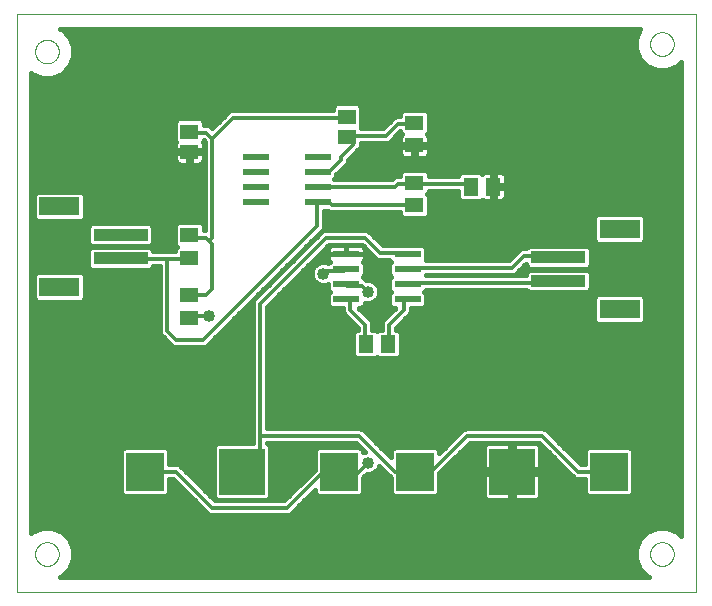
<source format=gtl>
G75*
%MOIN*%
%OFA0B0*%
%FSLAX25Y25*%
%IPPOS*%
%LPD*%
%AMOC8*
5,1,8,0,0,1.08239X$1,22.5*
%
%ADD10C,0.00000*%
%ADD11R,0.15354X0.15354*%
%ADD12R,0.12598X0.12598*%
%ADD13R,0.05906X0.05118*%
%ADD14R,0.18110X0.03937*%
%ADD15R,0.13386X0.06299*%
%ADD16R,0.08661X0.02362*%
%ADD17R,0.05118X0.05906*%
%ADD18C,0.01200*%
%ADD19C,0.04000*%
%ADD20C,0.01600*%
%ADD21C,0.03962*%
D10*
X0004300Y0004300D02*
X0004300Y0196761D01*
X0230501Y0196761D01*
X0230501Y0004300D01*
X0004300Y0004300D01*
X0010363Y0016800D02*
X0010365Y0016925D01*
X0010371Y0017050D01*
X0010381Y0017174D01*
X0010395Y0017298D01*
X0010412Y0017422D01*
X0010434Y0017545D01*
X0010460Y0017667D01*
X0010489Y0017789D01*
X0010522Y0017909D01*
X0010560Y0018028D01*
X0010600Y0018147D01*
X0010645Y0018263D01*
X0010693Y0018378D01*
X0010745Y0018492D01*
X0010801Y0018604D01*
X0010860Y0018714D01*
X0010922Y0018822D01*
X0010988Y0018929D01*
X0011057Y0019033D01*
X0011130Y0019134D01*
X0011205Y0019234D01*
X0011284Y0019331D01*
X0011366Y0019425D01*
X0011451Y0019517D01*
X0011538Y0019606D01*
X0011629Y0019692D01*
X0011722Y0019775D01*
X0011818Y0019856D01*
X0011916Y0019933D01*
X0012016Y0020007D01*
X0012119Y0020078D01*
X0012224Y0020145D01*
X0012332Y0020210D01*
X0012441Y0020270D01*
X0012552Y0020328D01*
X0012665Y0020381D01*
X0012779Y0020431D01*
X0012895Y0020478D01*
X0013012Y0020520D01*
X0013131Y0020559D01*
X0013251Y0020595D01*
X0013372Y0020626D01*
X0013494Y0020654D01*
X0013616Y0020677D01*
X0013740Y0020697D01*
X0013864Y0020713D01*
X0013988Y0020725D01*
X0014113Y0020733D01*
X0014238Y0020737D01*
X0014362Y0020737D01*
X0014487Y0020733D01*
X0014612Y0020725D01*
X0014736Y0020713D01*
X0014860Y0020697D01*
X0014984Y0020677D01*
X0015106Y0020654D01*
X0015228Y0020626D01*
X0015349Y0020595D01*
X0015469Y0020559D01*
X0015588Y0020520D01*
X0015705Y0020478D01*
X0015821Y0020431D01*
X0015935Y0020381D01*
X0016048Y0020328D01*
X0016159Y0020270D01*
X0016269Y0020210D01*
X0016376Y0020145D01*
X0016481Y0020078D01*
X0016584Y0020007D01*
X0016684Y0019933D01*
X0016782Y0019856D01*
X0016878Y0019775D01*
X0016971Y0019692D01*
X0017062Y0019606D01*
X0017149Y0019517D01*
X0017234Y0019425D01*
X0017316Y0019331D01*
X0017395Y0019234D01*
X0017470Y0019134D01*
X0017543Y0019033D01*
X0017612Y0018929D01*
X0017678Y0018822D01*
X0017740Y0018714D01*
X0017799Y0018604D01*
X0017855Y0018492D01*
X0017907Y0018378D01*
X0017955Y0018263D01*
X0018000Y0018147D01*
X0018040Y0018028D01*
X0018078Y0017909D01*
X0018111Y0017789D01*
X0018140Y0017667D01*
X0018166Y0017545D01*
X0018188Y0017422D01*
X0018205Y0017298D01*
X0018219Y0017174D01*
X0018229Y0017050D01*
X0018235Y0016925D01*
X0018237Y0016800D01*
X0018235Y0016675D01*
X0018229Y0016550D01*
X0018219Y0016426D01*
X0018205Y0016302D01*
X0018188Y0016178D01*
X0018166Y0016055D01*
X0018140Y0015933D01*
X0018111Y0015811D01*
X0018078Y0015691D01*
X0018040Y0015572D01*
X0018000Y0015453D01*
X0017955Y0015337D01*
X0017907Y0015222D01*
X0017855Y0015108D01*
X0017799Y0014996D01*
X0017740Y0014886D01*
X0017678Y0014778D01*
X0017612Y0014671D01*
X0017543Y0014567D01*
X0017470Y0014466D01*
X0017395Y0014366D01*
X0017316Y0014269D01*
X0017234Y0014175D01*
X0017149Y0014083D01*
X0017062Y0013994D01*
X0016971Y0013908D01*
X0016878Y0013825D01*
X0016782Y0013744D01*
X0016684Y0013667D01*
X0016584Y0013593D01*
X0016481Y0013522D01*
X0016376Y0013455D01*
X0016268Y0013390D01*
X0016159Y0013330D01*
X0016048Y0013272D01*
X0015935Y0013219D01*
X0015821Y0013169D01*
X0015705Y0013122D01*
X0015588Y0013080D01*
X0015469Y0013041D01*
X0015349Y0013005D01*
X0015228Y0012974D01*
X0015106Y0012946D01*
X0014984Y0012923D01*
X0014860Y0012903D01*
X0014736Y0012887D01*
X0014612Y0012875D01*
X0014487Y0012867D01*
X0014362Y0012863D01*
X0014238Y0012863D01*
X0014113Y0012867D01*
X0013988Y0012875D01*
X0013864Y0012887D01*
X0013740Y0012903D01*
X0013616Y0012923D01*
X0013494Y0012946D01*
X0013372Y0012974D01*
X0013251Y0013005D01*
X0013131Y0013041D01*
X0013012Y0013080D01*
X0012895Y0013122D01*
X0012779Y0013169D01*
X0012665Y0013219D01*
X0012552Y0013272D01*
X0012441Y0013330D01*
X0012331Y0013390D01*
X0012224Y0013455D01*
X0012119Y0013522D01*
X0012016Y0013593D01*
X0011916Y0013667D01*
X0011818Y0013744D01*
X0011722Y0013825D01*
X0011629Y0013908D01*
X0011538Y0013994D01*
X0011451Y0014083D01*
X0011366Y0014175D01*
X0011284Y0014269D01*
X0011205Y0014366D01*
X0011130Y0014466D01*
X0011057Y0014567D01*
X0010988Y0014671D01*
X0010922Y0014778D01*
X0010860Y0014886D01*
X0010801Y0014996D01*
X0010745Y0015108D01*
X0010693Y0015222D01*
X0010645Y0015337D01*
X0010600Y0015453D01*
X0010560Y0015572D01*
X0010522Y0015691D01*
X0010489Y0015811D01*
X0010460Y0015933D01*
X0010434Y0016055D01*
X0010412Y0016178D01*
X0010395Y0016302D01*
X0010381Y0016426D01*
X0010371Y0016550D01*
X0010365Y0016675D01*
X0010363Y0016800D01*
X0010363Y0184300D02*
X0010365Y0184425D01*
X0010371Y0184550D01*
X0010381Y0184674D01*
X0010395Y0184798D01*
X0010412Y0184922D01*
X0010434Y0185045D01*
X0010460Y0185167D01*
X0010489Y0185289D01*
X0010522Y0185409D01*
X0010560Y0185528D01*
X0010600Y0185647D01*
X0010645Y0185763D01*
X0010693Y0185878D01*
X0010745Y0185992D01*
X0010801Y0186104D01*
X0010860Y0186214D01*
X0010922Y0186322D01*
X0010988Y0186429D01*
X0011057Y0186533D01*
X0011130Y0186634D01*
X0011205Y0186734D01*
X0011284Y0186831D01*
X0011366Y0186925D01*
X0011451Y0187017D01*
X0011538Y0187106D01*
X0011629Y0187192D01*
X0011722Y0187275D01*
X0011818Y0187356D01*
X0011916Y0187433D01*
X0012016Y0187507D01*
X0012119Y0187578D01*
X0012224Y0187645D01*
X0012332Y0187710D01*
X0012441Y0187770D01*
X0012552Y0187828D01*
X0012665Y0187881D01*
X0012779Y0187931D01*
X0012895Y0187978D01*
X0013012Y0188020D01*
X0013131Y0188059D01*
X0013251Y0188095D01*
X0013372Y0188126D01*
X0013494Y0188154D01*
X0013616Y0188177D01*
X0013740Y0188197D01*
X0013864Y0188213D01*
X0013988Y0188225D01*
X0014113Y0188233D01*
X0014238Y0188237D01*
X0014362Y0188237D01*
X0014487Y0188233D01*
X0014612Y0188225D01*
X0014736Y0188213D01*
X0014860Y0188197D01*
X0014984Y0188177D01*
X0015106Y0188154D01*
X0015228Y0188126D01*
X0015349Y0188095D01*
X0015469Y0188059D01*
X0015588Y0188020D01*
X0015705Y0187978D01*
X0015821Y0187931D01*
X0015935Y0187881D01*
X0016048Y0187828D01*
X0016159Y0187770D01*
X0016269Y0187710D01*
X0016376Y0187645D01*
X0016481Y0187578D01*
X0016584Y0187507D01*
X0016684Y0187433D01*
X0016782Y0187356D01*
X0016878Y0187275D01*
X0016971Y0187192D01*
X0017062Y0187106D01*
X0017149Y0187017D01*
X0017234Y0186925D01*
X0017316Y0186831D01*
X0017395Y0186734D01*
X0017470Y0186634D01*
X0017543Y0186533D01*
X0017612Y0186429D01*
X0017678Y0186322D01*
X0017740Y0186214D01*
X0017799Y0186104D01*
X0017855Y0185992D01*
X0017907Y0185878D01*
X0017955Y0185763D01*
X0018000Y0185647D01*
X0018040Y0185528D01*
X0018078Y0185409D01*
X0018111Y0185289D01*
X0018140Y0185167D01*
X0018166Y0185045D01*
X0018188Y0184922D01*
X0018205Y0184798D01*
X0018219Y0184674D01*
X0018229Y0184550D01*
X0018235Y0184425D01*
X0018237Y0184300D01*
X0018235Y0184175D01*
X0018229Y0184050D01*
X0018219Y0183926D01*
X0018205Y0183802D01*
X0018188Y0183678D01*
X0018166Y0183555D01*
X0018140Y0183433D01*
X0018111Y0183311D01*
X0018078Y0183191D01*
X0018040Y0183072D01*
X0018000Y0182953D01*
X0017955Y0182837D01*
X0017907Y0182722D01*
X0017855Y0182608D01*
X0017799Y0182496D01*
X0017740Y0182386D01*
X0017678Y0182278D01*
X0017612Y0182171D01*
X0017543Y0182067D01*
X0017470Y0181966D01*
X0017395Y0181866D01*
X0017316Y0181769D01*
X0017234Y0181675D01*
X0017149Y0181583D01*
X0017062Y0181494D01*
X0016971Y0181408D01*
X0016878Y0181325D01*
X0016782Y0181244D01*
X0016684Y0181167D01*
X0016584Y0181093D01*
X0016481Y0181022D01*
X0016376Y0180955D01*
X0016268Y0180890D01*
X0016159Y0180830D01*
X0016048Y0180772D01*
X0015935Y0180719D01*
X0015821Y0180669D01*
X0015705Y0180622D01*
X0015588Y0180580D01*
X0015469Y0180541D01*
X0015349Y0180505D01*
X0015228Y0180474D01*
X0015106Y0180446D01*
X0014984Y0180423D01*
X0014860Y0180403D01*
X0014736Y0180387D01*
X0014612Y0180375D01*
X0014487Y0180367D01*
X0014362Y0180363D01*
X0014238Y0180363D01*
X0014113Y0180367D01*
X0013988Y0180375D01*
X0013864Y0180387D01*
X0013740Y0180403D01*
X0013616Y0180423D01*
X0013494Y0180446D01*
X0013372Y0180474D01*
X0013251Y0180505D01*
X0013131Y0180541D01*
X0013012Y0180580D01*
X0012895Y0180622D01*
X0012779Y0180669D01*
X0012665Y0180719D01*
X0012552Y0180772D01*
X0012441Y0180830D01*
X0012331Y0180890D01*
X0012224Y0180955D01*
X0012119Y0181022D01*
X0012016Y0181093D01*
X0011916Y0181167D01*
X0011818Y0181244D01*
X0011722Y0181325D01*
X0011629Y0181408D01*
X0011538Y0181494D01*
X0011451Y0181583D01*
X0011366Y0181675D01*
X0011284Y0181769D01*
X0011205Y0181866D01*
X0011130Y0181966D01*
X0011057Y0182067D01*
X0010988Y0182171D01*
X0010922Y0182278D01*
X0010860Y0182386D01*
X0010801Y0182496D01*
X0010745Y0182608D01*
X0010693Y0182722D01*
X0010645Y0182837D01*
X0010600Y0182953D01*
X0010560Y0183072D01*
X0010522Y0183191D01*
X0010489Y0183311D01*
X0010460Y0183433D01*
X0010434Y0183555D01*
X0010412Y0183678D01*
X0010395Y0183802D01*
X0010381Y0183926D01*
X0010371Y0184050D01*
X0010365Y0184175D01*
X0010363Y0184300D01*
X0215363Y0186800D02*
X0215365Y0186925D01*
X0215371Y0187050D01*
X0215381Y0187174D01*
X0215395Y0187298D01*
X0215412Y0187422D01*
X0215434Y0187545D01*
X0215460Y0187667D01*
X0215489Y0187789D01*
X0215522Y0187909D01*
X0215560Y0188028D01*
X0215600Y0188147D01*
X0215645Y0188263D01*
X0215693Y0188378D01*
X0215745Y0188492D01*
X0215801Y0188604D01*
X0215860Y0188714D01*
X0215922Y0188822D01*
X0215988Y0188929D01*
X0216057Y0189033D01*
X0216130Y0189134D01*
X0216205Y0189234D01*
X0216284Y0189331D01*
X0216366Y0189425D01*
X0216451Y0189517D01*
X0216538Y0189606D01*
X0216629Y0189692D01*
X0216722Y0189775D01*
X0216818Y0189856D01*
X0216916Y0189933D01*
X0217016Y0190007D01*
X0217119Y0190078D01*
X0217224Y0190145D01*
X0217332Y0190210D01*
X0217441Y0190270D01*
X0217552Y0190328D01*
X0217665Y0190381D01*
X0217779Y0190431D01*
X0217895Y0190478D01*
X0218012Y0190520D01*
X0218131Y0190559D01*
X0218251Y0190595D01*
X0218372Y0190626D01*
X0218494Y0190654D01*
X0218616Y0190677D01*
X0218740Y0190697D01*
X0218864Y0190713D01*
X0218988Y0190725D01*
X0219113Y0190733D01*
X0219238Y0190737D01*
X0219362Y0190737D01*
X0219487Y0190733D01*
X0219612Y0190725D01*
X0219736Y0190713D01*
X0219860Y0190697D01*
X0219984Y0190677D01*
X0220106Y0190654D01*
X0220228Y0190626D01*
X0220349Y0190595D01*
X0220469Y0190559D01*
X0220588Y0190520D01*
X0220705Y0190478D01*
X0220821Y0190431D01*
X0220935Y0190381D01*
X0221048Y0190328D01*
X0221159Y0190270D01*
X0221269Y0190210D01*
X0221376Y0190145D01*
X0221481Y0190078D01*
X0221584Y0190007D01*
X0221684Y0189933D01*
X0221782Y0189856D01*
X0221878Y0189775D01*
X0221971Y0189692D01*
X0222062Y0189606D01*
X0222149Y0189517D01*
X0222234Y0189425D01*
X0222316Y0189331D01*
X0222395Y0189234D01*
X0222470Y0189134D01*
X0222543Y0189033D01*
X0222612Y0188929D01*
X0222678Y0188822D01*
X0222740Y0188714D01*
X0222799Y0188604D01*
X0222855Y0188492D01*
X0222907Y0188378D01*
X0222955Y0188263D01*
X0223000Y0188147D01*
X0223040Y0188028D01*
X0223078Y0187909D01*
X0223111Y0187789D01*
X0223140Y0187667D01*
X0223166Y0187545D01*
X0223188Y0187422D01*
X0223205Y0187298D01*
X0223219Y0187174D01*
X0223229Y0187050D01*
X0223235Y0186925D01*
X0223237Y0186800D01*
X0223235Y0186675D01*
X0223229Y0186550D01*
X0223219Y0186426D01*
X0223205Y0186302D01*
X0223188Y0186178D01*
X0223166Y0186055D01*
X0223140Y0185933D01*
X0223111Y0185811D01*
X0223078Y0185691D01*
X0223040Y0185572D01*
X0223000Y0185453D01*
X0222955Y0185337D01*
X0222907Y0185222D01*
X0222855Y0185108D01*
X0222799Y0184996D01*
X0222740Y0184886D01*
X0222678Y0184778D01*
X0222612Y0184671D01*
X0222543Y0184567D01*
X0222470Y0184466D01*
X0222395Y0184366D01*
X0222316Y0184269D01*
X0222234Y0184175D01*
X0222149Y0184083D01*
X0222062Y0183994D01*
X0221971Y0183908D01*
X0221878Y0183825D01*
X0221782Y0183744D01*
X0221684Y0183667D01*
X0221584Y0183593D01*
X0221481Y0183522D01*
X0221376Y0183455D01*
X0221268Y0183390D01*
X0221159Y0183330D01*
X0221048Y0183272D01*
X0220935Y0183219D01*
X0220821Y0183169D01*
X0220705Y0183122D01*
X0220588Y0183080D01*
X0220469Y0183041D01*
X0220349Y0183005D01*
X0220228Y0182974D01*
X0220106Y0182946D01*
X0219984Y0182923D01*
X0219860Y0182903D01*
X0219736Y0182887D01*
X0219612Y0182875D01*
X0219487Y0182867D01*
X0219362Y0182863D01*
X0219238Y0182863D01*
X0219113Y0182867D01*
X0218988Y0182875D01*
X0218864Y0182887D01*
X0218740Y0182903D01*
X0218616Y0182923D01*
X0218494Y0182946D01*
X0218372Y0182974D01*
X0218251Y0183005D01*
X0218131Y0183041D01*
X0218012Y0183080D01*
X0217895Y0183122D01*
X0217779Y0183169D01*
X0217665Y0183219D01*
X0217552Y0183272D01*
X0217441Y0183330D01*
X0217331Y0183390D01*
X0217224Y0183455D01*
X0217119Y0183522D01*
X0217016Y0183593D01*
X0216916Y0183667D01*
X0216818Y0183744D01*
X0216722Y0183825D01*
X0216629Y0183908D01*
X0216538Y0183994D01*
X0216451Y0184083D01*
X0216366Y0184175D01*
X0216284Y0184269D01*
X0216205Y0184366D01*
X0216130Y0184466D01*
X0216057Y0184567D01*
X0215988Y0184671D01*
X0215922Y0184778D01*
X0215860Y0184886D01*
X0215801Y0184996D01*
X0215745Y0185108D01*
X0215693Y0185222D01*
X0215645Y0185337D01*
X0215600Y0185453D01*
X0215560Y0185572D01*
X0215522Y0185691D01*
X0215489Y0185811D01*
X0215460Y0185933D01*
X0215434Y0186055D01*
X0215412Y0186178D01*
X0215395Y0186302D01*
X0215381Y0186426D01*
X0215371Y0186550D01*
X0215365Y0186675D01*
X0215363Y0186800D01*
X0215363Y0016800D02*
X0215365Y0016925D01*
X0215371Y0017050D01*
X0215381Y0017174D01*
X0215395Y0017298D01*
X0215412Y0017422D01*
X0215434Y0017545D01*
X0215460Y0017667D01*
X0215489Y0017789D01*
X0215522Y0017909D01*
X0215560Y0018028D01*
X0215600Y0018147D01*
X0215645Y0018263D01*
X0215693Y0018378D01*
X0215745Y0018492D01*
X0215801Y0018604D01*
X0215860Y0018714D01*
X0215922Y0018822D01*
X0215988Y0018929D01*
X0216057Y0019033D01*
X0216130Y0019134D01*
X0216205Y0019234D01*
X0216284Y0019331D01*
X0216366Y0019425D01*
X0216451Y0019517D01*
X0216538Y0019606D01*
X0216629Y0019692D01*
X0216722Y0019775D01*
X0216818Y0019856D01*
X0216916Y0019933D01*
X0217016Y0020007D01*
X0217119Y0020078D01*
X0217224Y0020145D01*
X0217332Y0020210D01*
X0217441Y0020270D01*
X0217552Y0020328D01*
X0217665Y0020381D01*
X0217779Y0020431D01*
X0217895Y0020478D01*
X0218012Y0020520D01*
X0218131Y0020559D01*
X0218251Y0020595D01*
X0218372Y0020626D01*
X0218494Y0020654D01*
X0218616Y0020677D01*
X0218740Y0020697D01*
X0218864Y0020713D01*
X0218988Y0020725D01*
X0219113Y0020733D01*
X0219238Y0020737D01*
X0219362Y0020737D01*
X0219487Y0020733D01*
X0219612Y0020725D01*
X0219736Y0020713D01*
X0219860Y0020697D01*
X0219984Y0020677D01*
X0220106Y0020654D01*
X0220228Y0020626D01*
X0220349Y0020595D01*
X0220469Y0020559D01*
X0220588Y0020520D01*
X0220705Y0020478D01*
X0220821Y0020431D01*
X0220935Y0020381D01*
X0221048Y0020328D01*
X0221159Y0020270D01*
X0221269Y0020210D01*
X0221376Y0020145D01*
X0221481Y0020078D01*
X0221584Y0020007D01*
X0221684Y0019933D01*
X0221782Y0019856D01*
X0221878Y0019775D01*
X0221971Y0019692D01*
X0222062Y0019606D01*
X0222149Y0019517D01*
X0222234Y0019425D01*
X0222316Y0019331D01*
X0222395Y0019234D01*
X0222470Y0019134D01*
X0222543Y0019033D01*
X0222612Y0018929D01*
X0222678Y0018822D01*
X0222740Y0018714D01*
X0222799Y0018604D01*
X0222855Y0018492D01*
X0222907Y0018378D01*
X0222955Y0018263D01*
X0223000Y0018147D01*
X0223040Y0018028D01*
X0223078Y0017909D01*
X0223111Y0017789D01*
X0223140Y0017667D01*
X0223166Y0017545D01*
X0223188Y0017422D01*
X0223205Y0017298D01*
X0223219Y0017174D01*
X0223229Y0017050D01*
X0223235Y0016925D01*
X0223237Y0016800D01*
X0223235Y0016675D01*
X0223229Y0016550D01*
X0223219Y0016426D01*
X0223205Y0016302D01*
X0223188Y0016178D01*
X0223166Y0016055D01*
X0223140Y0015933D01*
X0223111Y0015811D01*
X0223078Y0015691D01*
X0223040Y0015572D01*
X0223000Y0015453D01*
X0222955Y0015337D01*
X0222907Y0015222D01*
X0222855Y0015108D01*
X0222799Y0014996D01*
X0222740Y0014886D01*
X0222678Y0014778D01*
X0222612Y0014671D01*
X0222543Y0014567D01*
X0222470Y0014466D01*
X0222395Y0014366D01*
X0222316Y0014269D01*
X0222234Y0014175D01*
X0222149Y0014083D01*
X0222062Y0013994D01*
X0221971Y0013908D01*
X0221878Y0013825D01*
X0221782Y0013744D01*
X0221684Y0013667D01*
X0221584Y0013593D01*
X0221481Y0013522D01*
X0221376Y0013455D01*
X0221268Y0013390D01*
X0221159Y0013330D01*
X0221048Y0013272D01*
X0220935Y0013219D01*
X0220821Y0013169D01*
X0220705Y0013122D01*
X0220588Y0013080D01*
X0220469Y0013041D01*
X0220349Y0013005D01*
X0220228Y0012974D01*
X0220106Y0012946D01*
X0219984Y0012923D01*
X0219860Y0012903D01*
X0219736Y0012887D01*
X0219612Y0012875D01*
X0219487Y0012867D01*
X0219362Y0012863D01*
X0219238Y0012863D01*
X0219113Y0012867D01*
X0218988Y0012875D01*
X0218864Y0012887D01*
X0218740Y0012903D01*
X0218616Y0012923D01*
X0218494Y0012946D01*
X0218372Y0012974D01*
X0218251Y0013005D01*
X0218131Y0013041D01*
X0218012Y0013080D01*
X0217895Y0013122D01*
X0217779Y0013169D01*
X0217665Y0013219D01*
X0217552Y0013272D01*
X0217441Y0013330D01*
X0217331Y0013390D01*
X0217224Y0013455D01*
X0217119Y0013522D01*
X0217016Y0013593D01*
X0216916Y0013667D01*
X0216818Y0013744D01*
X0216722Y0013825D01*
X0216629Y0013908D01*
X0216538Y0013994D01*
X0216451Y0014083D01*
X0216366Y0014175D01*
X0216284Y0014269D01*
X0216205Y0014366D01*
X0216130Y0014466D01*
X0216057Y0014567D01*
X0215988Y0014671D01*
X0215922Y0014778D01*
X0215860Y0014886D01*
X0215801Y0014996D01*
X0215745Y0015108D01*
X0215693Y0015222D01*
X0215645Y0015337D01*
X0215600Y0015453D01*
X0215560Y0015572D01*
X0215522Y0015691D01*
X0215489Y0015811D01*
X0215460Y0015933D01*
X0215434Y0016055D01*
X0215412Y0016178D01*
X0215395Y0016302D01*
X0215381Y0016426D01*
X0215371Y0016550D01*
X0215365Y0016675D01*
X0215363Y0016800D01*
D11*
X0169300Y0044300D03*
X0079300Y0044300D03*
D12*
X0047017Y0044300D03*
X0111583Y0044300D03*
X0137017Y0044300D03*
X0201583Y0044300D03*
D13*
X0136800Y0133060D03*
X0136800Y0140540D03*
X0136800Y0153060D03*
X0136800Y0160540D03*
X0114300Y0162646D03*
X0114300Y0155954D03*
X0061800Y0157646D03*
X0061800Y0150954D03*
X0061800Y0123040D03*
X0061800Y0115560D03*
X0061800Y0103040D03*
X0061800Y0095560D03*
D14*
X0038867Y0115363D03*
X0038867Y0123237D03*
X0184733Y0115737D03*
X0184733Y0107863D03*
D15*
X0205206Y0098414D03*
X0205206Y0125186D03*
X0018394Y0132686D03*
X0018394Y0105914D03*
D16*
X0084064Y0134300D03*
X0084064Y0139300D03*
X0084064Y0144300D03*
X0084064Y0149300D03*
X0104536Y0149300D03*
X0104536Y0144300D03*
X0104536Y0139300D03*
X0104536Y0134300D03*
X0114064Y0116800D03*
X0114064Y0111800D03*
X0114064Y0106800D03*
X0114064Y0101800D03*
X0134536Y0101800D03*
X0134536Y0106800D03*
X0134536Y0111800D03*
X0134536Y0116800D03*
D17*
X0155560Y0139300D03*
X0163040Y0139300D03*
X0128040Y0086800D03*
X0120560Y0086800D03*
D18*
X0120300Y0087300D01*
X0120300Y0093300D01*
X0115300Y0098300D01*
X0115300Y0101300D01*
X0114300Y0102300D01*
X0114064Y0101800D01*
X0114300Y0106300D02*
X0114064Y0106800D01*
X0114300Y0106300D02*
X0119300Y0106300D01*
X0121300Y0104300D01*
X0114064Y0111800D02*
X0113300Y0111300D01*
X0107300Y0111300D01*
X0106300Y0110300D01*
X0107300Y0122300D02*
X0085300Y0100300D01*
X0085300Y0056300D01*
X0118300Y0056300D01*
X0130300Y0044300D01*
X0137017Y0044300D01*
X0142300Y0044300D01*
X0154300Y0056300D01*
X0179300Y0056300D01*
X0191300Y0044300D01*
X0201583Y0044300D01*
X0184300Y0107300D02*
X0184733Y0107863D01*
X0184300Y0107300D02*
X0135300Y0107300D01*
X0134536Y0106800D01*
X0134300Y0102300D02*
X0134536Y0101800D01*
X0134300Y0102300D02*
X0133300Y0101300D01*
X0133300Y0098300D01*
X0128300Y0093300D01*
X0128300Y0087300D01*
X0128040Y0086800D01*
X0134536Y0111800D02*
X0135300Y0112300D01*
X0169300Y0112300D01*
X0173300Y0116300D01*
X0184300Y0116300D01*
X0184733Y0115737D01*
X0155560Y0139300D02*
X0155300Y0139300D01*
X0154300Y0140300D01*
X0137300Y0140300D01*
X0136800Y0140540D01*
X0136300Y0140300D01*
X0131300Y0140300D01*
X0130300Y0139300D01*
X0104536Y0139300D01*
X0104536Y0134300D02*
X0104300Y0134300D01*
X0104300Y0126300D01*
X0066300Y0088300D01*
X0057300Y0088300D01*
X0054300Y0091300D01*
X0054300Y0115300D01*
X0061300Y0115300D01*
X0061800Y0115560D01*
X0062300Y0122300D02*
X0061800Y0123040D01*
X0062300Y0122300D02*
X0067300Y0122300D01*
X0068300Y0121300D01*
X0069300Y0122300D01*
X0069300Y0155300D01*
X0076300Y0162300D01*
X0114300Y0162300D01*
X0114300Y0162646D01*
X0114300Y0156300D02*
X0114300Y0155954D01*
X0116300Y0156300D01*
X0116300Y0153300D01*
X0112300Y0149300D01*
X0112300Y0148300D01*
X0108300Y0144300D01*
X0104536Y0144300D01*
X0104536Y0134300D02*
X0108300Y0134300D01*
X0109300Y0133300D01*
X0136300Y0133300D01*
X0136800Y0133060D01*
X0134300Y0117300D02*
X0125300Y0117300D01*
X0120300Y0122300D01*
X0107300Y0122300D01*
X0134300Y0117300D02*
X0134536Y0116800D01*
X0127300Y0156300D02*
X0116300Y0156300D01*
X0114300Y0156300D01*
X0127300Y0156300D02*
X0131300Y0160300D01*
X0136300Y0160300D01*
X0136800Y0160540D01*
X0069300Y0155300D02*
X0067300Y0157300D01*
X0062300Y0157300D01*
X0061800Y0157646D01*
X0068300Y0121300D02*
X0069300Y0120300D01*
X0069300Y0105300D01*
X0067300Y0103300D01*
X0062300Y0103300D01*
X0061800Y0103040D01*
X0062300Y0096300D02*
X0061800Y0095560D01*
X0062300Y0096300D02*
X0068300Y0096300D01*
X0054300Y0115300D02*
X0039300Y0115300D01*
X0038867Y0115363D01*
X0085300Y0056300D02*
X0085300Y0050300D01*
X0079300Y0044300D01*
X0069300Y0032300D02*
X0094300Y0032300D01*
X0106300Y0044300D01*
X0111583Y0044300D01*
X0112300Y0044300D01*
X0113300Y0043300D01*
X0117300Y0043300D01*
X0121300Y0047300D01*
X0069300Y0032300D02*
X0057300Y0044300D01*
X0047017Y0044300D01*
D19*
X0068300Y0096300D03*
X0106300Y0110300D03*
X0121300Y0104300D03*
X0121300Y0047300D03*
D20*
X0124817Y0045861D02*
X0125345Y0045861D01*
X0124972Y0046234D02*
X0128917Y0042289D01*
X0128917Y0037255D01*
X0129972Y0036201D01*
X0144061Y0036201D01*
X0145116Y0037255D01*
X0145116Y0043722D01*
X0155294Y0053900D01*
X0178306Y0053900D01*
X0189941Y0042265D01*
X0190823Y0041900D01*
X0193484Y0041900D01*
X0193484Y0037255D01*
X0194539Y0036201D01*
X0208628Y0036201D01*
X0209683Y0037255D01*
X0209683Y0051345D01*
X0208628Y0052399D01*
X0194539Y0052399D01*
X0193484Y0051345D01*
X0193484Y0046700D01*
X0192294Y0046700D01*
X0181335Y0057659D01*
X0180659Y0058335D01*
X0179777Y0058700D01*
X0153823Y0058700D01*
X0152941Y0058335D01*
X0145116Y0050510D01*
X0145116Y0051345D01*
X0144061Y0052399D01*
X0129972Y0052399D01*
X0128917Y0051345D01*
X0128917Y0049077D01*
X0120335Y0057659D01*
X0119659Y0058335D01*
X0118777Y0058700D01*
X0087700Y0058700D01*
X0087700Y0099306D01*
X0108294Y0119900D01*
X0119306Y0119900D01*
X0123941Y0115265D01*
X0124823Y0114900D01*
X0128406Y0114900D01*
X0128406Y0114873D01*
X0128979Y0114300D01*
X0128406Y0113727D01*
X0128406Y0109873D01*
X0128979Y0109300D01*
X0128406Y0108727D01*
X0128406Y0104873D01*
X0128979Y0104300D01*
X0128406Y0103727D01*
X0128406Y0099873D01*
X0129460Y0098819D01*
X0130425Y0098819D01*
X0126265Y0094659D01*
X0125900Y0093777D01*
X0125900Y0091553D01*
X0124736Y0091553D01*
X0124300Y0091117D01*
X0123864Y0091553D01*
X0122700Y0091553D01*
X0122700Y0093777D01*
X0122335Y0094659D01*
X0118175Y0098819D01*
X0119140Y0098819D01*
X0120194Y0099873D01*
X0120194Y0100645D01*
X0120544Y0100500D01*
X0122056Y0100500D01*
X0123453Y0101079D01*
X0124521Y0102147D01*
X0125100Y0103544D01*
X0125100Y0105056D01*
X0124521Y0106453D01*
X0123453Y0107521D01*
X0122056Y0108100D01*
X0120894Y0108100D01*
X0120659Y0108335D01*
X0120194Y0108527D01*
X0120194Y0108727D01*
X0119621Y0109300D01*
X0120194Y0109873D01*
X0120194Y0113727D01*
X0119621Y0114300D01*
X0119835Y0114514D01*
X0120072Y0114924D01*
X0120194Y0115382D01*
X0120194Y0116800D01*
X0120194Y0118218D01*
X0120072Y0118676D01*
X0119835Y0119086D01*
X0119500Y0119421D01*
X0119089Y0119658D01*
X0118631Y0119781D01*
X0114064Y0119781D01*
X0114064Y0116800D01*
X0120194Y0116800D01*
X0114064Y0116800D01*
X0114064Y0116800D01*
X0114064Y0116800D01*
X0114064Y0119781D01*
X0109496Y0119781D01*
X0109038Y0119658D01*
X0108628Y0119421D01*
X0108293Y0119086D01*
X0108056Y0118676D01*
X0107933Y0118218D01*
X0107933Y0116800D01*
X0114064Y0116800D01*
X0107933Y0116800D01*
X0107933Y0115382D01*
X0108056Y0114924D01*
X0108293Y0114514D01*
X0108506Y0114300D01*
X0107940Y0113734D01*
X0107056Y0114100D01*
X0105544Y0114100D01*
X0104147Y0113521D01*
X0103079Y0112453D01*
X0102500Y0111056D01*
X0102500Y0109544D01*
X0103079Y0108147D01*
X0104147Y0107079D01*
X0105544Y0106500D01*
X0107056Y0106500D01*
X0107933Y0106863D01*
X0107933Y0104873D01*
X0108506Y0104300D01*
X0107933Y0103727D01*
X0107933Y0099873D01*
X0108987Y0098819D01*
X0112900Y0098819D01*
X0112900Y0097823D01*
X0113265Y0096941D01*
X0113941Y0096265D01*
X0117900Y0092306D01*
X0117900Y0091553D01*
X0117255Y0091553D01*
X0116201Y0090498D01*
X0116201Y0083102D01*
X0117255Y0082047D01*
X0123864Y0082047D01*
X0124300Y0082483D01*
X0124736Y0082047D01*
X0131345Y0082047D01*
X0132399Y0083102D01*
X0132399Y0090498D01*
X0131345Y0091553D01*
X0130700Y0091553D01*
X0130700Y0092306D01*
X0134659Y0096265D01*
X0135335Y0096941D01*
X0135700Y0097823D01*
X0135700Y0098819D01*
X0139613Y0098819D01*
X0140667Y0099873D01*
X0140667Y0103727D01*
X0140094Y0104300D01*
X0140667Y0104873D01*
X0140667Y0104900D01*
X0174127Y0104900D01*
X0174932Y0104094D01*
X0194534Y0104094D01*
X0195588Y0105149D01*
X0195588Y0110577D01*
X0194534Y0111631D01*
X0174932Y0111631D01*
X0173878Y0110577D01*
X0173878Y0109700D01*
X0140494Y0109700D01*
X0140667Y0109873D01*
X0140667Y0109900D01*
X0169777Y0109900D01*
X0170659Y0110265D01*
X0173878Y0113484D01*
X0173878Y0113023D01*
X0174932Y0111969D01*
X0194534Y0111969D01*
X0195588Y0113023D01*
X0195588Y0118451D01*
X0194534Y0119505D01*
X0174932Y0119505D01*
X0174127Y0118700D01*
X0172823Y0118700D01*
X0171941Y0118335D01*
X0168306Y0114700D01*
X0140494Y0114700D01*
X0140667Y0114873D01*
X0140667Y0118727D01*
X0139613Y0119781D01*
X0129460Y0119781D01*
X0129379Y0119700D01*
X0126294Y0119700D01*
X0122335Y0123659D01*
X0121659Y0124335D01*
X0120777Y0124700D01*
X0106823Y0124700D01*
X0105941Y0124335D01*
X0083941Y0102335D01*
X0083265Y0101659D01*
X0082900Y0100777D01*
X0082900Y0053777D01*
X0070877Y0053777D01*
X0069823Y0052723D01*
X0069823Y0035877D01*
X0070877Y0034823D01*
X0087723Y0034823D01*
X0088777Y0035877D01*
X0088777Y0052723D01*
X0087723Y0053777D01*
X0087700Y0053777D01*
X0087700Y0053900D01*
X0117306Y0053900D01*
X0120234Y0050972D01*
X0119683Y0050743D01*
X0119683Y0051345D01*
X0118628Y0052399D01*
X0104539Y0052399D01*
X0103484Y0051345D01*
X0103484Y0044878D01*
X0093306Y0034700D01*
X0070294Y0034700D01*
X0058659Y0046335D01*
X0057777Y0046700D01*
X0055116Y0046700D01*
X0055116Y0051345D01*
X0054061Y0052399D01*
X0039972Y0052399D01*
X0038917Y0051345D01*
X0038917Y0037255D01*
X0039972Y0036201D01*
X0054061Y0036201D01*
X0055116Y0037255D01*
X0055116Y0041900D01*
X0056306Y0041900D01*
X0067265Y0030941D01*
X0067941Y0030265D01*
X0068823Y0029900D01*
X0094777Y0029900D01*
X0095659Y0030265D01*
X0103484Y0038090D01*
X0103484Y0037255D01*
X0104539Y0036201D01*
X0118628Y0036201D01*
X0119683Y0037255D01*
X0119683Y0042289D01*
X0120894Y0043500D01*
X0122056Y0043500D01*
X0123453Y0044079D01*
X0124521Y0045147D01*
X0124972Y0046234D01*
X0123637Y0044263D02*
X0126943Y0044263D01*
X0128542Y0042664D02*
X0120058Y0042664D01*
X0119683Y0041066D02*
X0128917Y0041066D01*
X0128917Y0039467D02*
X0119683Y0039467D01*
X0119683Y0037869D02*
X0128917Y0037869D01*
X0129902Y0036270D02*
X0118698Y0036270D01*
X0104469Y0036270D02*
X0101664Y0036270D01*
X0100066Y0034672D02*
X0225701Y0034672D01*
X0225701Y0036270D02*
X0208698Y0036270D01*
X0209683Y0037869D02*
X0225701Y0037869D01*
X0225701Y0039467D02*
X0209683Y0039467D01*
X0209683Y0041066D02*
X0225701Y0041066D01*
X0225701Y0042664D02*
X0209683Y0042664D01*
X0209683Y0044263D02*
X0225701Y0044263D01*
X0225701Y0045861D02*
X0209683Y0045861D01*
X0209683Y0047460D02*
X0225701Y0047460D01*
X0225701Y0049058D02*
X0209683Y0049058D01*
X0209683Y0050657D02*
X0225701Y0050657D01*
X0225701Y0052255D02*
X0208772Y0052255D01*
X0194395Y0052255D02*
X0186739Y0052255D01*
X0188337Y0050657D02*
X0193484Y0050657D01*
X0193484Y0049058D02*
X0189936Y0049058D01*
X0191534Y0047460D02*
X0193484Y0047460D01*
X0189542Y0042664D02*
X0178777Y0042664D01*
X0178777Y0043500D02*
X0170100Y0043500D01*
X0170100Y0045100D01*
X0168500Y0045100D01*
X0168500Y0053777D01*
X0161386Y0053777D01*
X0160928Y0053654D01*
X0160518Y0053418D01*
X0160182Y0053082D01*
X0159945Y0052672D01*
X0159823Y0052214D01*
X0159823Y0045100D01*
X0168500Y0045100D01*
X0168500Y0043500D01*
X0159823Y0043500D01*
X0159823Y0036386D01*
X0159945Y0035928D01*
X0160182Y0035518D01*
X0160518Y0035182D01*
X0160928Y0034945D01*
X0161386Y0034823D01*
X0168500Y0034823D01*
X0168500Y0043500D01*
X0170100Y0043500D01*
X0170100Y0034823D01*
X0177214Y0034823D01*
X0177672Y0034945D01*
X0178082Y0035182D01*
X0178418Y0035518D01*
X0178654Y0035928D01*
X0178777Y0036386D01*
X0178777Y0043500D01*
X0178777Y0045100D02*
X0178777Y0052214D01*
X0178654Y0052672D01*
X0178418Y0053082D01*
X0178082Y0053418D01*
X0177672Y0053654D01*
X0177214Y0053777D01*
X0170100Y0053777D01*
X0170100Y0045100D01*
X0178777Y0045100D01*
X0178777Y0045861D02*
X0186345Y0045861D01*
X0187943Y0044263D02*
X0170100Y0044263D01*
X0170100Y0045861D02*
X0168500Y0045861D01*
X0168500Y0044263D02*
X0145657Y0044263D01*
X0145116Y0042664D02*
X0159823Y0042664D01*
X0159823Y0041066D02*
X0145116Y0041066D01*
X0145116Y0039467D02*
X0159823Y0039467D01*
X0159823Y0037869D02*
X0145116Y0037869D01*
X0144131Y0036270D02*
X0159854Y0036270D01*
X0168500Y0036270D02*
X0170100Y0036270D01*
X0170100Y0037869D02*
X0168500Y0037869D01*
X0168500Y0039467D02*
X0170100Y0039467D01*
X0170100Y0041066D02*
X0168500Y0041066D01*
X0168500Y0042664D02*
X0170100Y0042664D01*
X0170100Y0047460D02*
X0168500Y0047460D01*
X0168500Y0049058D02*
X0170100Y0049058D01*
X0170100Y0050657D02*
X0168500Y0050657D01*
X0168500Y0052255D02*
X0170100Y0052255D01*
X0178352Y0053854D02*
X0155248Y0053854D01*
X0153649Y0052255D02*
X0159834Y0052255D01*
X0159823Y0050657D02*
X0152051Y0050657D01*
X0150452Y0049058D02*
X0159823Y0049058D01*
X0159823Y0047460D02*
X0148854Y0047460D01*
X0147255Y0045861D02*
X0159823Y0045861D01*
X0150058Y0055452D02*
X0122542Y0055452D01*
X0124140Y0053854D02*
X0148460Y0053854D01*
X0146861Y0052255D02*
X0144205Y0052255D01*
X0145116Y0050657D02*
X0145263Y0050657D01*
X0151657Y0057051D02*
X0120943Y0057051D01*
X0118900Y0058649D02*
X0153700Y0058649D01*
X0132399Y0084226D02*
X0225701Y0084226D01*
X0225701Y0085824D02*
X0132399Y0085824D01*
X0132399Y0087423D02*
X0225701Y0087423D01*
X0225701Y0089021D02*
X0132399Y0089021D01*
X0132278Y0090620D02*
X0225701Y0090620D01*
X0225701Y0092218D02*
X0130700Y0092218D01*
X0132211Y0093817D02*
X0197415Y0093817D01*
X0197767Y0093465D02*
X0212644Y0093465D01*
X0213698Y0094519D01*
X0213698Y0102309D01*
X0212644Y0103364D01*
X0197767Y0103364D01*
X0196713Y0102309D01*
X0196713Y0094519D01*
X0197767Y0093465D01*
X0196713Y0095415D02*
X0133809Y0095415D01*
X0134659Y0096265D02*
X0134659Y0096265D01*
X0135365Y0097014D02*
X0196713Y0097014D01*
X0196713Y0098612D02*
X0135700Y0098612D01*
X0140667Y0100211D02*
X0196713Y0100211D01*
X0196713Y0101809D02*
X0140667Y0101809D01*
X0140667Y0103408D02*
X0225701Y0103408D01*
X0225701Y0105006D02*
X0195445Y0105006D01*
X0195588Y0106605D02*
X0225701Y0106605D01*
X0225701Y0108203D02*
X0195588Y0108203D01*
X0195588Y0109802D02*
X0225701Y0109802D01*
X0225701Y0111400D02*
X0194765Y0111400D01*
X0195564Y0112999D02*
X0225701Y0112999D01*
X0225701Y0114597D02*
X0195588Y0114597D01*
X0195588Y0116196D02*
X0225701Y0116196D01*
X0225701Y0117794D02*
X0195588Y0117794D01*
X0194646Y0119393D02*
X0225701Y0119393D01*
X0225701Y0120991D02*
X0213399Y0120991D01*
X0213698Y0121291D02*
X0212644Y0120236D01*
X0197767Y0120236D01*
X0196713Y0121291D01*
X0196713Y0129081D01*
X0197767Y0130135D01*
X0212644Y0130135D01*
X0213698Y0129081D01*
X0213698Y0121291D01*
X0213698Y0122590D02*
X0225701Y0122590D01*
X0225701Y0124188D02*
X0213698Y0124188D01*
X0213698Y0125787D02*
X0225701Y0125787D01*
X0225701Y0127385D02*
X0213698Y0127385D01*
X0213698Y0128984D02*
X0225701Y0128984D01*
X0225701Y0130582D02*
X0141553Y0130582D01*
X0141553Y0129755D02*
X0141553Y0136364D01*
X0141117Y0136800D01*
X0141553Y0137236D01*
X0141553Y0137900D01*
X0151201Y0137900D01*
X0151201Y0135602D01*
X0152255Y0134547D01*
X0158864Y0134547D01*
X0159300Y0134983D01*
X0159376Y0134907D01*
X0159786Y0134670D01*
X0160244Y0134547D01*
X0162561Y0134547D01*
X0162561Y0138820D01*
X0163520Y0138820D01*
X0163520Y0134547D01*
X0165836Y0134547D01*
X0166294Y0134670D01*
X0166704Y0134907D01*
X0167040Y0135242D01*
X0167277Y0135652D01*
X0167399Y0136110D01*
X0167399Y0138820D01*
X0163520Y0138820D01*
X0163520Y0139780D01*
X0162561Y0139780D01*
X0162561Y0144053D01*
X0160244Y0144053D01*
X0159786Y0143930D01*
X0159376Y0143693D01*
X0159300Y0143617D01*
X0158864Y0144053D01*
X0152255Y0144053D01*
X0151201Y0142998D01*
X0151201Y0142700D01*
X0141553Y0142700D01*
X0141553Y0143845D01*
X0140498Y0144899D01*
X0133102Y0144899D01*
X0132047Y0143845D01*
X0132047Y0142700D01*
X0130823Y0142700D01*
X0129941Y0142335D01*
X0129306Y0141700D01*
X0110194Y0141700D01*
X0110094Y0141800D01*
X0110667Y0142373D01*
X0110667Y0143273D01*
X0113659Y0146265D01*
X0114335Y0146941D01*
X0114700Y0147823D01*
X0114700Y0148306D01*
X0117659Y0151265D01*
X0117989Y0151594D01*
X0117998Y0151594D01*
X0119053Y0152649D01*
X0119053Y0153900D01*
X0127777Y0153900D01*
X0128659Y0154265D01*
X0132047Y0157653D01*
X0132047Y0157236D01*
X0132483Y0156800D01*
X0132407Y0156724D01*
X0132170Y0156314D01*
X0132047Y0155856D01*
X0132047Y0153539D01*
X0136320Y0153539D01*
X0136320Y0152580D01*
X0132047Y0152580D01*
X0132047Y0150264D01*
X0132170Y0149806D01*
X0132407Y0149396D01*
X0132742Y0149060D01*
X0133152Y0148823D01*
X0133610Y0148701D01*
X0136320Y0148701D01*
X0136320Y0152580D01*
X0137280Y0152580D01*
X0137280Y0153539D01*
X0141553Y0153539D01*
X0141553Y0155856D01*
X0141430Y0156314D01*
X0141193Y0156724D01*
X0141117Y0156800D01*
X0141553Y0157236D01*
X0141553Y0163845D01*
X0140498Y0164899D01*
X0133102Y0164899D01*
X0132047Y0163845D01*
X0132047Y0162700D01*
X0130823Y0162700D01*
X0129941Y0162335D01*
X0129265Y0161659D01*
X0126306Y0158700D01*
X0119053Y0158700D01*
X0119053Y0159258D01*
X0119011Y0159300D01*
X0119053Y0159342D01*
X0119053Y0165951D01*
X0117998Y0167005D01*
X0110602Y0167005D01*
X0109547Y0165951D01*
X0109547Y0164700D01*
X0075823Y0164700D01*
X0074941Y0164335D01*
X0069300Y0158694D01*
X0068659Y0159335D01*
X0067777Y0159700D01*
X0066553Y0159700D01*
X0066553Y0160951D01*
X0065498Y0162005D01*
X0058102Y0162005D01*
X0057047Y0160951D01*
X0057047Y0154342D01*
X0057174Y0154215D01*
X0057170Y0154207D01*
X0057047Y0153750D01*
X0057047Y0151433D01*
X0061320Y0151433D01*
X0061320Y0150474D01*
X0057047Y0150474D01*
X0057047Y0148158D01*
X0057170Y0147700D01*
X0057407Y0147289D01*
X0057742Y0146954D01*
X0058152Y0146717D01*
X0058610Y0146594D01*
X0061320Y0146594D01*
X0061320Y0150474D01*
X0062280Y0150474D01*
X0062280Y0151433D01*
X0066553Y0151433D01*
X0066553Y0153750D01*
X0066430Y0154207D01*
X0066426Y0154215D01*
X0066553Y0154342D01*
X0066553Y0154653D01*
X0066900Y0154306D01*
X0066900Y0124700D01*
X0066553Y0124700D01*
X0066553Y0126345D01*
X0065498Y0127399D01*
X0058102Y0127399D01*
X0057047Y0126345D01*
X0057047Y0119736D01*
X0057483Y0119300D01*
X0057047Y0118864D01*
X0057047Y0117700D01*
X0049722Y0117700D01*
X0049722Y0118077D01*
X0048668Y0119131D01*
X0029066Y0119131D01*
X0028012Y0118077D01*
X0028012Y0112649D01*
X0029066Y0111594D01*
X0048668Y0111594D01*
X0049722Y0112649D01*
X0049722Y0112900D01*
X0051900Y0112900D01*
X0051900Y0090823D01*
X0052265Y0089941D01*
X0052941Y0089265D01*
X0055941Y0086265D01*
X0056823Y0085900D01*
X0066777Y0085900D01*
X0067659Y0086265D01*
X0068335Y0086941D01*
X0106335Y0124941D01*
X0106700Y0125823D01*
X0106700Y0131319D01*
X0107887Y0131319D01*
X0107941Y0131265D01*
X0108823Y0130900D01*
X0132047Y0130900D01*
X0132047Y0129755D01*
X0133102Y0128701D01*
X0140498Y0128701D01*
X0141553Y0129755D01*
X0140781Y0128984D02*
X0196713Y0128984D01*
X0196713Y0127385D02*
X0106700Y0127385D01*
X0106685Y0125787D02*
X0196713Y0125787D01*
X0196713Y0124188D02*
X0121806Y0124188D01*
X0123404Y0122590D02*
X0196713Y0122590D01*
X0197012Y0120991D02*
X0125003Y0120991D01*
X0121412Y0117794D02*
X0120194Y0117794D01*
X0120194Y0116196D02*
X0123010Y0116196D01*
X0119883Y0114597D02*
X0128682Y0114597D01*
X0128406Y0112999D02*
X0120194Y0112999D01*
X0120194Y0111400D02*
X0128406Y0111400D01*
X0128477Y0109802D02*
X0120123Y0109802D01*
X0120791Y0108203D02*
X0128406Y0108203D01*
X0128406Y0106605D02*
X0124369Y0106605D01*
X0125100Y0105006D02*
X0128406Y0105006D01*
X0128406Y0103408D02*
X0125043Y0103408D01*
X0124183Y0101809D02*
X0128406Y0101809D01*
X0128406Y0100211D02*
X0120194Y0100211D01*
X0118382Y0098612D02*
X0130218Y0098612D01*
X0128620Y0097014D02*
X0119980Y0097014D01*
X0121579Y0095415D02*
X0127021Y0095415D01*
X0125916Y0093817D02*
X0122684Y0093817D01*
X0122700Y0092218D02*
X0125900Y0092218D01*
X0131925Y0082627D02*
X0225701Y0082627D01*
X0225701Y0081029D02*
X0087700Y0081029D01*
X0087700Y0082627D02*
X0116675Y0082627D01*
X0116201Y0084226D02*
X0087700Y0084226D01*
X0087700Y0085824D02*
X0116201Y0085824D01*
X0116201Y0087423D02*
X0087700Y0087423D01*
X0087700Y0089021D02*
X0116201Y0089021D01*
X0116322Y0090620D02*
X0087700Y0090620D01*
X0087700Y0092218D02*
X0117900Y0092218D01*
X0116389Y0093817D02*
X0087700Y0093817D01*
X0087700Y0095415D02*
X0114791Y0095415D01*
X0113235Y0097014D02*
X0087700Y0097014D01*
X0087700Y0098612D02*
X0112900Y0098612D01*
X0107933Y0100211D02*
X0088605Y0100211D01*
X0090203Y0101809D02*
X0107933Y0101809D01*
X0107933Y0103408D02*
X0091802Y0103408D01*
X0093400Y0105006D02*
X0107933Y0105006D01*
X0107933Y0106605D02*
X0107309Y0106605D01*
X0105291Y0106605D02*
X0094999Y0106605D01*
X0096597Y0108203D02*
X0103055Y0108203D01*
X0102500Y0109802D02*
X0098196Y0109802D01*
X0099794Y0111400D02*
X0102643Y0111400D01*
X0103625Y0112999D02*
X0101393Y0112999D01*
X0102991Y0114597D02*
X0108244Y0114597D01*
X0107933Y0116196D02*
X0104590Y0116196D01*
X0106188Y0117794D02*
X0107933Y0117794D01*
X0107787Y0119393D02*
X0108599Y0119393D01*
X0104196Y0122590D02*
X0103984Y0122590D01*
X0102597Y0120991D02*
X0102385Y0120991D01*
X0100999Y0119393D02*
X0100787Y0119393D01*
X0099400Y0117794D02*
X0099188Y0117794D01*
X0097802Y0116196D02*
X0097590Y0116196D01*
X0096203Y0114597D02*
X0095991Y0114597D01*
X0094605Y0112999D02*
X0094393Y0112999D01*
X0093006Y0111400D02*
X0092794Y0111400D01*
X0091408Y0109802D02*
X0091196Y0109802D01*
X0089809Y0108203D02*
X0089597Y0108203D01*
X0088211Y0106605D02*
X0087999Y0106605D01*
X0086612Y0105006D02*
X0086400Y0105006D01*
X0085014Y0103408D02*
X0084802Y0103408D01*
X0083415Y0101809D02*
X0083203Y0101809D01*
X0082900Y0100211D02*
X0081605Y0100211D01*
X0082900Y0098612D02*
X0080006Y0098612D01*
X0078408Y0097014D02*
X0082900Y0097014D01*
X0082900Y0095415D02*
X0076809Y0095415D01*
X0075211Y0093817D02*
X0082900Y0093817D01*
X0082900Y0092218D02*
X0073612Y0092218D01*
X0072014Y0090620D02*
X0082900Y0090620D01*
X0082900Y0089021D02*
X0070415Y0089021D01*
X0068817Y0087423D02*
X0082900Y0087423D01*
X0082900Y0085824D02*
X0009100Y0085824D01*
X0009100Y0084226D02*
X0082900Y0084226D01*
X0082900Y0082627D02*
X0009100Y0082627D01*
X0009100Y0081029D02*
X0082900Y0081029D01*
X0082900Y0079430D02*
X0009100Y0079430D01*
X0009100Y0077832D02*
X0082900Y0077832D01*
X0082900Y0076233D02*
X0009100Y0076233D01*
X0009100Y0074634D02*
X0082900Y0074634D01*
X0082900Y0073036D02*
X0009100Y0073036D01*
X0009100Y0071437D02*
X0082900Y0071437D01*
X0082900Y0069839D02*
X0009100Y0069839D01*
X0009100Y0068240D02*
X0082900Y0068240D01*
X0082900Y0066642D02*
X0009100Y0066642D01*
X0009100Y0065043D02*
X0082900Y0065043D01*
X0082900Y0063445D02*
X0009100Y0063445D01*
X0009100Y0061846D02*
X0082900Y0061846D01*
X0082900Y0060248D02*
X0009100Y0060248D01*
X0009100Y0058649D02*
X0082900Y0058649D01*
X0082900Y0057051D02*
X0009100Y0057051D01*
X0009100Y0055452D02*
X0082900Y0055452D01*
X0082900Y0053854D02*
X0009100Y0053854D01*
X0009100Y0052255D02*
X0039828Y0052255D01*
X0038917Y0050657D02*
X0009100Y0050657D01*
X0009100Y0049058D02*
X0038917Y0049058D01*
X0038917Y0047460D02*
X0009100Y0047460D01*
X0009100Y0045861D02*
X0038917Y0045861D01*
X0038917Y0044263D02*
X0009100Y0044263D01*
X0009100Y0042664D02*
X0038917Y0042664D01*
X0038917Y0041066D02*
X0009100Y0041066D01*
X0009100Y0039467D02*
X0038917Y0039467D01*
X0038917Y0037869D02*
X0009100Y0037869D01*
X0009100Y0036270D02*
X0039902Y0036270D01*
X0054131Y0036270D02*
X0061936Y0036270D01*
X0063534Y0034672D02*
X0009100Y0034672D01*
X0009100Y0033073D02*
X0065133Y0033073D01*
X0066731Y0031475D02*
X0009100Y0031475D01*
X0009100Y0029876D02*
X0225701Y0029876D01*
X0225701Y0028278D02*
X0009100Y0028278D01*
X0009100Y0026679D02*
X0225701Y0026679D01*
X0225701Y0025081D02*
X0222140Y0025081D01*
X0221038Y0025537D02*
X0224249Y0024207D01*
X0225701Y0022755D01*
X0225701Y0180845D01*
X0224249Y0179393D01*
X0221038Y0178063D01*
X0217562Y0178063D01*
X0214351Y0179393D01*
X0211893Y0181851D01*
X0210563Y0185062D01*
X0210563Y0188538D01*
X0211893Y0191749D01*
X0212105Y0191961D01*
X0018636Y0191961D01*
X0019249Y0191707D01*
X0021707Y0189249D01*
X0023037Y0186038D01*
X0023037Y0182562D01*
X0021707Y0179351D01*
X0019249Y0176893D01*
X0016038Y0175563D01*
X0012562Y0175563D01*
X0009351Y0176893D01*
X0009100Y0177144D01*
X0009100Y0023956D01*
X0009351Y0024207D01*
X0012562Y0025537D01*
X0016038Y0025537D01*
X0019249Y0024207D01*
X0021707Y0021749D01*
X0023037Y0018538D01*
X0023037Y0015062D01*
X0021707Y0011851D01*
X0019249Y0009393D01*
X0018541Y0009100D01*
X0215059Y0009100D01*
X0214351Y0009393D01*
X0211893Y0011851D01*
X0210563Y0015062D01*
X0210563Y0018538D01*
X0211893Y0021749D01*
X0214351Y0024207D01*
X0217562Y0025537D01*
X0221038Y0025537D01*
X0224974Y0023482D02*
X0225701Y0023482D01*
X0225701Y0031475D02*
X0096869Y0031475D01*
X0098467Y0033073D02*
X0225701Y0033073D01*
X0216460Y0025081D02*
X0017140Y0025081D01*
X0019974Y0023482D02*
X0213626Y0023482D01*
X0212028Y0021884D02*
X0021572Y0021884D01*
X0022313Y0020285D02*
X0211287Y0020285D01*
X0210625Y0018687D02*
X0022975Y0018687D01*
X0023037Y0017088D02*
X0210563Y0017088D01*
X0210563Y0015490D02*
X0023037Y0015490D01*
X0022552Y0013891D02*
X0211048Y0013891D01*
X0211710Y0012293D02*
X0021890Y0012293D01*
X0020550Y0010694D02*
X0213050Y0010694D01*
X0194469Y0036270D02*
X0178746Y0036270D01*
X0178777Y0037869D02*
X0193484Y0037869D01*
X0193484Y0039467D02*
X0178777Y0039467D01*
X0178777Y0041066D02*
X0193484Y0041066D01*
X0184746Y0047460D02*
X0178777Y0047460D01*
X0178777Y0049058D02*
X0183148Y0049058D01*
X0181549Y0050657D02*
X0178777Y0050657D01*
X0178766Y0052255D02*
X0179951Y0052255D01*
X0183542Y0055452D02*
X0225701Y0055452D01*
X0225701Y0053854D02*
X0185140Y0053854D01*
X0181943Y0057051D02*
X0225701Y0057051D01*
X0225701Y0058649D02*
X0179900Y0058649D01*
X0212996Y0093817D02*
X0225701Y0093817D01*
X0225701Y0095415D02*
X0213698Y0095415D01*
X0213698Y0097014D02*
X0225701Y0097014D01*
X0225701Y0098612D02*
X0213698Y0098612D01*
X0213698Y0100211D02*
X0225701Y0100211D01*
X0225701Y0101809D02*
X0213698Y0101809D01*
X0225701Y0079430D02*
X0087700Y0079430D01*
X0087700Y0077832D02*
X0225701Y0077832D01*
X0225701Y0076233D02*
X0087700Y0076233D01*
X0087700Y0074634D02*
X0225701Y0074634D01*
X0225701Y0073036D02*
X0087700Y0073036D01*
X0087700Y0071437D02*
X0225701Y0071437D01*
X0225701Y0069839D02*
X0087700Y0069839D01*
X0087700Y0068240D02*
X0225701Y0068240D01*
X0225701Y0066642D02*
X0087700Y0066642D01*
X0087700Y0065043D02*
X0225701Y0065043D01*
X0225701Y0063445D02*
X0087700Y0063445D01*
X0087700Y0061846D02*
X0225701Y0061846D01*
X0225701Y0060248D02*
X0087700Y0060248D01*
X0087700Y0053854D02*
X0117352Y0053854D01*
X0118772Y0052255D02*
X0118951Y0052255D01*
X0125739Y0052255D02*
X0129828Y0052255D01*
X0128917Y0050657D02*
X0127337Y0050657D01*
X0104395Y0052255D02*
X0088777Y0052255D01*
X0088777Y0050657D02*
X0103484Y0050657D01*
X0103484Y0049058D02*
X0088777Y0049058D01*
X0088777Y0047460D02*
X0103484Y0047460D01*
X0103484Y0045861D02*
X0088777Y0045861D01*
X0088777Y0044263D02*
X0102869Y0044263D01*
X0101270Y0042664D02*
X0088777Y0042664D01*
X0088777Y0041066D02*
X0099672Y0041066D01*
X0098073Y0039467D02*
X0088777Y0039467D01*
X0088777Y0037869D02*
X0096475Y0037869D01*
X0094876Y0036270D02*
X0088777Y0036270D01*
X0103263Y0037869D02*
X0103484Y0037869D01*
X0069823Y0037869D02*
X0067125Y0037869D01*
X0065527Y0039467D02*
X0069823Y0039467D01*
X0069823Y0041066D02*
X0063928Y0041066D01*
X0062330Y0042664D02*
X0069823Y0042664D01*
X0069823Y0044263D02*
X0060731Y0044263D01*
X0059133Y0045861D02*
X0069823Y0045861D01*
X0069823Y0047460D02*
X0055116Y0047460D01*
X0055116Y0049058D02*
X0069823Y0049058D01*
X0069823Y0050657D02*
X0055116Y0050657D01*
X0054205Y0052255D02*
X0069823Y0052255D01*
X0057140Y0041066D02*
X0055116Y0041066D01*
X0055116Y0039467D02*
X0058739Y0039467D01*
X0060337Y0037869D02*
X0055116Y0037869D01*
X0068724Y0036270D02*
X0069823Y0036270D01*
X0054783Y0087423D02*
X0009100Y0087423D01*
X0009100Y0089021D02*
X0053185Y0089021D01*
X0051984Y0090620D02*
X0009100Y0090620D01*
X0009100Y0092218D02*
X0051900Y0092218D01*
X0051900Y0093817D02*
X0009100Y0093817D01*
X0009100Y0095415D02*
X0051900Y0095415D01*
X0051900Y0097014D02*
X0009100Y0097014D01*
X0009100Y0098612D02*
X0051900Y0098612D01*
X0051900Y0100211D02*
X0009100Y0100211D01*
X0009100Y0101809D02*
X0010111Y0101809D01*
X0009902Y0102019D02*
X0010956Y0100965D01*
X0025833Y0100965D01*
X0026887Y0102019D01*
X0026887Y0109809D01*
X0025833Y0110864D01*
X0010956Y0110864D01*
X0009902Y0109809D01*
X0009902Y0102019D01*
X0009902Y0103408D02*
X0009100Y0103408D01*
X0009100Y0105006D02*
X0009902Y0105006D01*
X0009902Y0106605D02*
X0009100Y0106605D01*
X0009100Y0108203D02*
X0009902Y0108203D01*
X0009902Y0109802D02*
X0009100Y0109802D01*
X0009100Y0111400D02*
X0051900Y0111400D01*
X0051900Y0109802D02*
X0026887Y0109802D01*
X0026887Y0108203D02*
X0051900Y0108203D01*
X0051900Y0106605D02*
X0026887Y0106605D01*
X0026887Y0105006D02*
X0051900Y0105006D01*
X0051900Y0103408D02*
X0026887Y0103408D01*
X0026678Y0101809D02*
X0051900Y0101809D01*
X0049722Y0117794D02*
X0057047Y0117794D01*
X0057390Y0119393D02*
X0009100Y0119393D01*
X0009100Y0120991D02*
X0028012Y0120991D01*
X0028012Y0120523D02*
X0029066Y0119469D01*
X0048668Y0119469D01*
X0049722Y0120523D01*
X0049722Y0125951D01*
X0048668Y0127005D01*
X0029066Y0127005D01*
X0028012Y0125951D01*
X0028012Y0120523D01*
X0028012Y0122590D02*
X0009100Y0122590D01*
X0009100Y0124188D02*
X0028012Y0124188D01*
X0028012Y0125787D02*
X0009100Y0125787D01*
X0009100Y0127385D02*
X0058088Y0127385D01*
X0057047Y0125787D02*
X0049722Y0125787D01*
X0049722Y0124188D02*
X0057047Y0124188D01*
X0057047Y0122590D02*
X0049722Y0122590D01*
X0049722Y0120991D02*
X0057047Y0120991D01*
X0065512Y0127385D02*
X0066900Y0127385D01*
X0066900Y0125787D02*
X0066553Y0125787D01*
X0066900Y0128984D02*
X0026887Y0128984D01*
X0026887Y0128791D02*
X0026887Y0136581D01*
X0025833Y0137635D01*
X0010956Y0137635D01*
X0009902Y0136581D01*
X0009902Y0128791D01*
X0010956Y0127736D01*
X0025833Y0127736D01*
X0026887Y0128791D01*
X0026887Y0130582D02*
X0066900Y0130582D01*
X0066900Y0132181D02*
X0026887Y0132181D01*
X0026887Y0133779D02*
X0066900Y0133779D01*
X0066900Y0135378D02*
X0026887Y0135378D01*
X0026492Y0136976D02*
X0066900Y0136976D01*
X0066900Y0138575D02*
X0009100Y0138575D01*
X0009100Y0140173D02*
X0066900Y0140173D01*
X0066900Y0141772D02*
X0009100Y0141772D01*
X0009100Y0143370D02*
X0066900Y0143370D01*
X0066900Y0144969D02*
X0009100Y0144969D01*
X0009100Y0146568D02*
X0066900Y0146568D01*
X0066193Y0147289D02*
X0066430Y0147700D01*
X0066553Y0148158D01*
X0066553Y0150474D01*
X0062280Y0150474D01*
X0062280Y0146594D01*
X0064990Y0146594D01*
X0065448Y0146717D01*
X0065858Y0146954D01*
X0066193Y0147289D01*
X0066553Y0148166D02*
X0066900Y0148166D01*
X0066900Y0149765D02*
X0066553Y0149765D01*
X0066900Y0151363D02*
X0062280Y0151363D01*
X0061320Y0151363D02*
X0009100Y0151363D01*
X0009100Y0149765D02*
X0057047Y0149765D01*
X0057047Y0148166D02*
X0009100Y0148166D01*
X0009100Y0152962D02*
X0057047Y0152962D01*
X0057047Y0154560D02*
X0009100Y0154560D01*
X0009100Y0156159D02*
X0057047Y0156159D01*
X0057047Y0157757D02*
X0009100Y0157757D01*
X0009100Y0159356D02*
X0057047Y0159356D01*
X0057050Y0160954D02*
X0009100Y0160954D01*
X0009100Y0162553D02*
X0073159Y0162553D01*
X0074757Y0164151D02*
X0009100Y0164151D01*
X0009100Y0165750D02*
X0109547Y0165750D01*
X0119053Y0165750D02*
X0225701Y0165750D01*
X0225701Y0167348D02*
X0009100Y0167348D01*
X0009100Y0168947D02*
X0225701Y0168947D01*
X0225701Y0170545D02*
X0009100Y0170545D01*
X0009100Y0172144D02*
X0225701Y0172144D01*
X0225701Y0173742D02*
X0009100Y0173742D01*
X0009100Y0175341D02*
X0225701Y0175341D01*
X0225701Y0176939D02*
X0019295Y0176939D01*
X0020894Y0178538D02*
X0216416Y0178538D01*
X0213608Y0180136D02*
X0022032Y0180136D01*
X0022694Y0181735D02*
X0212009Y0181735D01*
X0211279Y0183333D02*
X0023037Y0183333D01*
X0023037Y0184932D02*
X0210617Y0184932D01*
X0210563Y0186530D02*
X0022833Y0186530D01*
X0022171Y0188129D02*
X0210563Y0188129D01*
X0211056Y0189727D02*
X0021229Y0189727D01*
X0019630Y0191326D02*
X0211718Y0191326D01*
X0222184Y0178538D02*
X0225701Y0178538D01*
X0225701Y0180136D02*
X0224992Y0180136D01*
X0225701Y0164151D02*
X0141246Y0164151D01*
X0141553Y0162553D02*
X0225701Y0162553D01*
X0225701Y0160954D02*
X0141553Y0160954D01*
X0141553Y0159356D02*
X0225701Y0159356D01*
X0225701Y0157757D02*
X0141553Y0157757D01*
X0141472Y0156159D02*
X0225701Y0156159D01*
X0225701Y0154560D02*
X0141553Y0154560D01*
X0141553Y0152580D02*
X0137280Y0152580D01*
X0137280Y0148701D01*
X0139990Y0148701D01*
X0140448Y0148823D01*
X0140858Y0149060D01*
X0141193Y0149396D01*
X0141430Y0149806D01*
X0141553Y0150264D01*
X0141553Y0152580D01*
X0141553Y0151363D02*
X0225701Y0151363D01*
X0225701Y0149765D02*
X0141406Y0149765D01*
X0137280Y0149765D02*
X0136320Y0149765D01*
X0136320Y0151363D02*
X0137280Y0151363D01*
X0137280Y0152962D02*
X0225701Y0152962D01*
X0225701Y0148166D02*
X0114700Y0148166D01*
X0113962Y0146568D02*
X0225701Y0146568D01*
X0225701Y0144969D02*
X0112363Y0144969D01*
X0110765Y0143370D02*
X0132047Y0143370D01*
X0129378Y0141772D02*
X0110122Y0141772D01*
X0116159Y0149765D02*
X0132194Y0149765D01*
X0132047Y0151363D02*
X0117757Y0151363D01*
X0119053Y0152962D02*
X0136320Y0152962D01*
X0132047Y0154560D02*
X0128954Y0154560D01*
X0130553Y0156159D02*
X0132128Y0156159D01*
X0128560Y0160954D02*
X0119053Y0160954D01*
X0119053Y0159356D02*
X0126962Y0159356D01*
X0129265Y0161659D02*
X0129265Y0161659D01*
X0130467Y0162553D02*
X0119053Y0162553D01*
X0119053Y0164151D02*
X0132354Y0164151D01*
X0141553Y0143370D02*
X0151573Y0143370D01*
X0151201Y0136976D02*
X0141294Y0136976D01*
X0141553Y0135378D02*
X0151425Y0135378D01*
X0162561Y0135378D02*
X0163520Y0135378D01*
X0163520Y0136976D02*
X0162561Y0136976D01*
X0162561Y0138575D02*
X0163520Y0138575D01*
X0163520Y0139780D02*
X0167399Y0139780D01*
X0167399Y0142490D01*
X0167277Y0142948D01*
X0167040Y0143358D01*
X0166704Y0143693D01*
X0166294Y0143930D01*
X0165836Y0144053D01*
X0163520Y0144053D01*
X0163520Y0139780D01*
X0163520Y0140173D02*
X0162561Y0140173D01*
X0162561Y0141772D02*
X0163520Y0141772D01*
X0163520Y0143370D02*
X0162561Y0143370D01*
X0167027Y0143370D02*
X0225701Y0143370D01*
X0225701Y0141772D02*
X0167399Y0141772D01*
X0167399Y0140173D02*
X0225701Y0140173D01*
X0225701Y0138575D02*
X0167399Y0138575D01*
X0167399Y0136976D02*
X0225701Y0136976D01*
X0225701Y0135378D02*
X0167118Y0135378D01*
X0174820Y0119393D02*
X0140001Y0119393D01*
X0140667Y0117794D02*
X0171400Y0117794D01*
X0169802Y0116196D02*
X0140667Y0116196D01*
X0140595Y0109802D02*
X0173878Y0109802D01*
X0174701Y0111400D02*
X0171794Y0111400D01*
X0173393Y0112999D02*
X0173902Y0112999D01*
X0141553Y0132181D02*
X0225701Y0132181D01*
X0225701Y0133779D02*
X0141553Y0133779D01*
X0132819Y0128984D02*
X0106700Y0128984D01*
X0106700Y0130582D02*
X0132047Y0130582D01*
X0119813Y0119393D02*
X0119528Y0119393D01*
X0114064Y0119393D02*
X0114064Y0119393D01*
X0114064Y0117794D02*
X0114064Y0117794D01*
X0114064Y0116800D02*
X0114064Y0116800D01*
X0105794Y0124188D02*
X0105582Y0124188D01*
X0071560Y0160954D02*
X0066550Y0160954D01*
X0068609Y0159356D02*
X0069961Y0159356D01*
X0066646Y0154560D02*
X0066553Y0154560D01*
X0066553Y0152962D02*
X0066900Y0152962D01*
X0062280Y0149765D02*
X0061320Y0149765D01*
X0061320Y0148166D02*
X0062280Y0148166D01*
X0028012Y0117794D02*
X0009100Y0117794D01*
X0009100Y0116196D02*
X0028012Y0116196D01*
X0028012Y0114597D02*
X0009100Y0114597D01*
X0009100Y0112999D02*
X0028012Y0112999D01*
X0009902Y0128984D02*
X0009100Y0128984D01*
X0009100Y0130582D02*
X0009902Y0130582D01*
X0009902Y0132181D02*
X0009100Y0132181D01*
X0009100Y0133779D02*
X0009902Y0133779D01*
X0009902Y0135378D02*
X0009100Y0135378D01*
X0009100Y0136976D02*
X0010297Y0136976D01*
X0009305Y0176939D02*
X0009100Y0176939D01*
X0009100Y0025081D02*
X0011460Y0025081D01*
D21*
X0039300Y0079300D03*
X0041800Y0151800D03*
X0136800Y0174300D03*
X0191800Y0151800D03*
X0151800Y0084300D03*
X0194300Y0074300D03*
M02*

</source>
